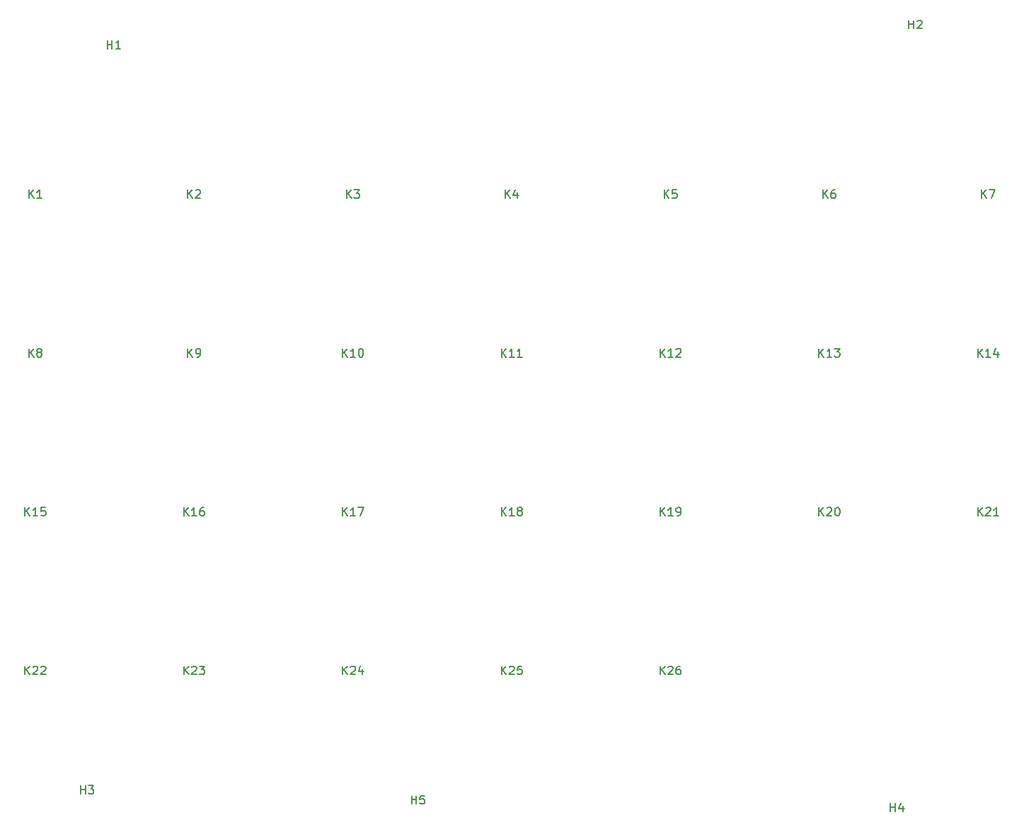
<source format=gto>
G04 #@! TF.GenerationSoftware,KiCad,Pcbnew,(5.1.5)-3*
G04 #@! TF.CreationDate,2020-05-17T17:05:04+09:00*
G04 #@! TF.ProjectId,7x4x2-top,37783478-322d-4746-9f70-2e6b69636164,rev?*
G04 #@! TF.SameCoordinates,PX2faf080PY2faf080*
G04 #@! TF.FileFunction,Legend,Top*
G04 #@! TF.FilePolarity,Positive*
%FSLAX46Y46*%
G04 Gerber Fmt 4.6, Leading zero omitted, Abs format (unit mm)*
G04 Created by KiCad (PCBNEW (5.1.5)-3) date 2020-05-17 17:05:04*
%MOMM*%
%LPD*%
G04 APERTURE LIST*
%ADD10C,0.150000*%
%ADD11C,2.500000*%
G04 APERTURE END LIST*
D10*
X86686715Y-93307901D02*
X86686715Y-92307901D01*
X87258143Y-93307901D02*
X86829572Y-92736473D01*
X87258143Y-92307901D02*
X86686715Y-92879330D01*
X87639096Y-92403140D02*
X87686715Y-92355521D01*
X87781953Y-92307901D01*
X88020048Y-92307901D01*
X88115286Y-92355521D01*
X88162905Y-92403140D01*
X88210524Y-92498378D01*
X88210524Y-92593616D01*
X88162905Y-92736473D01*
X87591477Y-93307901D01*
X88210524Y-93307901D01*
X89067667Y-92307901D02*
X88877191Y-92307901D01*
X88781953Y-92355521D01*
X88734334Y-92403140D01*
X88639096Y-92545997D01*
X88591477Y-92736473D01*
X88591477Y-93117425D01*
X88639096Y-93212663D01*
X88686715Y-93260282D01*
X88781953Y-93307901D01*
X88972429Y-93307901D01*
X89067667Y-93260282D01*
X89115286Y-93212663D01*
X89162905Y-93117425D01*
X89162905Y-92879330D01*
X89115286Y-92784092D01*
X89067667Y-92736473D01*
X88972429Y-92688854D01*
X88781953Y-92688854D01*
X88686715Y-92736473D01*
X88639096Y-92784092D01*
X88591477Y-92879330D01*
X67686715Y-93307901D02*
X67686715Y-92307901D01*
X68258143Y-93307901D02*
X67829572Y-92736473D01*
X68258143Y-92307901D02*
X67686715Y-92879330D01*
X68639096Y-92403140D02*
X68686715Y-92355521D01*
X68781953Y-92307901D01*
X69020048Y-92307901D01*
X69115286Y-92355521D01*
X69162905Y-92403140D01*
X69210524Y-92498378D01*
X69210524Y-92593616D01*
X69162905Y-92736473D01*
X68591477Y-93307901D01*
X69210524Y-93307901D01*
X70115286Y-92307901D02*
X69639096Y-92307901D01*
X69591477Y-92784092D01*
X69639096Y-92736473D01*
X69734334Y-92688854D01*
X69972429Y-92688854D01*
X70067667Y-92736473D01*
X70115286Y-92784092D01*
X70162905Y-92879330D01*
X70162905Y-93117425D01*
X70115286Y-93212663D01*
X70067667Y-93260282D01*
X69972429Y-93307901D01*
X69734334Y-93307901D01*
X69639096Y-93260282D01*
X69591477Y-93212663D01*
X48686715Y-93307901D02*
X48686715Y-92307901D01*
X49258143Y-93307901D02*
X48829572Y-92736473D01*
X49258143Y-92307901D02*
X48686715Y-92879330D01*
X49639096Y-92403140D02*
X49686715Y-92355521D01*
X49781953Y-92307901D01*
X50020048Y-92307901D01*
X50115286Y-92355521D01*
X50162905Y-92403140D01*
X50210524Y-92498378D01*
X50210524Y-92593616D01*
X50162905Y-92736473D01*
X49591477Y-93307901D01*
X50210524Y-93307901D01*
X51067667Y-92641235D02*
X51067667Y-93307901D01*
X50829572Y-92260282D02*
X50591477Y-92974568D01*
X51210524Y-92974568D01*
X29686715Y-93307901D02*
X29686715Y-92307901D01*
X30258143Y-93307901D02*
X29829572Y-92736473D01*
X30258143Y-92307901D02*
X29686715Y-92879330D01*
X30639096Y-92403140D02*
X30686715Y-92355521D01*
X30781953Y-92307901D01*
X31020048Y-92307901D01*
X31115286Y-92355521D01*
X31162905Y-92403140D01*
X31210524Y-92498378D01*
X31210524Y-92593616D01*
X31162905Y-92736473D01*
X30591477Y-93307901D01*
X31210524Y-93307901D01*
X31543858Y-92307901D02*
X32162905Y-92307901D01*
X31829572Y-92688854D01*
X31972429Y-92688854D01*
X32067667Y-92736473D01*
X32115286Y-92784092D01*
X32162905Y-92879330D01*
X32162905Y-93117425D01*
X32115286Y-93212663D01*
X32067667Y-93260282D01*
X31972429Y-93307901D01*
X31686715Y-93307901D01*
X31591477Y-93260282D01*
X31543858Y-93212663D01*
X10686715Y-93307901D02*
X10686715Y-92307901D01*
X11258143Y-93307901D02*
X10829572Y-92736473D01*
X11258143Y-92307901D02*
X10686715Y-92879330D01*
X11639096Y-92403140D02*
X11686715Y-92355521D01*
X11781953Y-92307901D01*
X12020048Y-92307901D01*
X12115286Y-92355521D01*
X12162905Y-92403140D01*
X12210524Y-92498378D01*
X12210524Y-92593616D01*
X12162905Y-92736473D01*
X11591477Y-93307901D01*
X12210524Y-93307901D01*
X12591477Y-92403140D02*
X12639096Y-92355521D01*
X12734334Y-92307901D01*
X12972429Y-92307901D01*
X13067667Y-92355521D01*
X13115286Y-92403140D01*
X13162905Y-92498378D01*
X13162905Y-92593616D01*
X13115286Y-92736473D01*
X12543858Y-93307901D01*
X13162905Y-93307901D01*
X124686715Y-74307901D02*
X124686715Y-73307901D01*
X125258143Y-74307901D02*
X124829572Y-73736473D01*
X125258143Y-73307901D02*
X124686715Y-73879330D01*
X125639096Y-73403140D02*
X125686715Y-73355521D01*
X125781953Y-73307901D01*
X126020048Y-73307901D01*
X126115286Y-73355521D01*
X126162905Y-73403140D01*
X126210524Y-73498378D01*
X126210524Y-73593616D01*
X126162905Y-73736473D01*
X125591477Y-74307901D01*
X126210524Y-74307901D01*
X127162905Y-74307901D02*
X126591477Y-74307901D01*
X126877191Y-74307901D02*
X126877191Y-73307901D01*
X126781953Y-73450759D01*
X126686715Y-73545997D01*
X126591477Y-73593616D01*
X105686715Y-74307901D02*
X105686715Y-73307901D01*
X106258143Y-74307901D02*
X105829572Y-73736473D01*
X106258143Y-73307901D02*
X105686715Y-73879330D01*
X106639096Y-73403140D02*
X106686715Y-73355521D01*
X106781953Y-73307901D01*
X107020048Y-73307901D01*
X107115286Y-73355521D01*
X107162905Y-73403140D01*
X107210524Y-73498378D01*
X107210524Y-73593616D01*
X107162905Y-73736473D01*
X106591477Y-74307901D01*
X107210524Y-74307901D01*
X107829572Y-73307901D02*
X107924810Y-73307901D01*
X108020048Y-73355521D01*
X108067667Y-73403140D01*
X108115286Y-73498378D01*
X108162905Y-73688854D01*
X108162905Y-73926949D01*
X108115286Y-74117425D01*
X108067667Y-74212663D01*
X108020048Y-74260282D01*
X107924810Y-74307901D01*
X107829572Y-74307901D01*
X107734334Y-74260282D01*
X107686715Y-74212663D01*
X107639096Y-74117425D01*
X107591477Y-73926949D01*
X107591477Y-73688854D01*
X107639096Y-73498378D01*
X107686715Y-73403140D01*
X107734334Y-73355521D01*
X107829572Y-73307901D01*
X86686715Y-74307901D02*
X86686715Y-73307901D01*
X87258143Y-74307901D02*
X86829572Y-73736473D01*
X87258143Y-73307901D02*
X86686715Y-73879330D01*
X88210524Y-74307901D02*
X87639096Y-74307901D01*
X87924810Y-74307901D02*
X87924810Y-73307901D01*
X87829572Y-73450759D01*
X87734334Y-73545997D01*
X87639096Y-73593616D01*
X88686715Y-74307901D02*
X88877191Y-74307901D01*
X88972429Y-74260282D01*
X89020048Y-74212663D01*
X89115286Y-74069806D01*
X89162905Y-73879330D01*
X89162905Y-73498378D01*
X89115286Y-73403140D01*
X89067667Y-73355521D01*
X88972429Y-73307901D01*
X88781953Y-73307901D01*
X88686715Y-73355521D01*
X88639096Y-73403140D01*
X88591477Y-73498378D01*
X88591477Y-73736473D01*
X88639096Y-73831711D01*
X88686715Y-73879330D01*
X88781953Y-73926949D01*
X88972429Y-73926949D01*
X89067667Y-73879330D01*
X89115286Y-73831711D01*
X89162905Y-73736473D01*
X67686715Y-74307901D02*
X67686715Y-73307901D01*
X68258143Y-74307901D02*
X67829572Y-73736473D01*
X68258143Y-73307901D02*
X67686715Y-73879330D01*
X69210524Y-74307901D02*
X68639096Y-74307901D01*
X68924810Y-74307901D02*
X68924810Y-73307901D01*
X68829572Y-73450759D01*
X68734334Y-73545997D01*
X68639096Y-73593616D01*
X69781953Y-73736473D02*
X69686715Y-73688854D01*
X69639096Y-73641235D01*
X69591477Y-73545997D01*
X69591477Y-73498378D01*
X69639096Y-73403140D01*
X69686715Y-73355521D01*
X69781953Y-73307901D01*
X69972429Y-73307901D01*
X70067667Y-73355521D01*
X70115286Y-73403140D01*
X70162905Y-73498378D01*
X70162905Y-73545997D01*
X70115286Y-73641235D01*
X70067667Y-73688854D01*
X69972429Y-73736473D01*
X69781953Y-73736473D01*
X69686715Y-73784092D01*
X69639096Y-73831711D01*
X69591477Y-73926949D01*
X69591477Y-74117425D01*
X69639096Y-74212663D01*
X69686715Y-74260282D01*
X69781953Y-74307901D01*
X69972429Y-74307901D01*
X70067667Y-74260282D01*
X70115286Y-74212663D01*
X70162905Y-74117425D01*
X70162905Y-73926949D01*
X70115286Y-73831711D01*
X70067667Y-73784092D01*
X69972429Y-73736473D01*
X48686715Y-74307901D02*
X48686715Y-73307901D01*
X49258143Y-74307901D02*
X48829572Y-73736473D01*
X49258143Y-73307901D02*
X48686715Y-73879330D01*
X50210524Y-74307901D02*
X49639096Y-74307901D01*
X49924810Y-74307901D02*
X49924810Y-73307901D01*
X49829572Y-73450759D01*
X49734334Y-73545997D01*
X49639096Y-73593616D01*
X50543858Y-73307901D02*
X51210524Y-73307901D01*
X50781953Y-74307901D01*
X29686715Y-74307901D02*
X29686715Y-73307901D01*
X30258143Y-74307901D02*
X29829572Y-73736473D01*
X30258143Y-73307901D02*
X29686715Y-73879330D01*
X31210524Y-74307901D02*
X30639096Y-74307901D01*
X30924810Y-74307901D02*
X30924810Y-73307901D01*
X30829572Y-73450759D01*
X30734334Y-73545997D01*
X30639096Y-73593616D01*
X32067667Y-73307901D02*
X31877191Y-73307901D01*
X31781953Y-73355521D01*
X31734334Y-73403140D01*
X31639096Y-73545997D01*
X31591477Y-73736473D01*
X31591477Y-74117425D01*
X31639096Y-74212663D01*
X31686715Y-74260282D01*
X31781953Y-74307901D01*
X31972429Y-74307901D01*
X32067667Y-74260282D01*
X32115286Y-74212663D01*
X32162905Y-74117425D01*
X32162905Y-73879330D01*
X32115286Y-73784092D01*
X32067667Y-73736473D01*
X31972429Y-73688854D01*
X31781953Y-73688854D01*
X31686715Y-73736473D01*
X31639096Y-73784092D01*
X31591477Y-73879330D01*
X10686715Y-74307901D02*
X10686715Y-73307901D01*
X11258143Y-74307901D02*
X10829572Y-73736473D01*
X11258143Y-73307901D02*
X10686715Y-73879330D01*
X12210524Y-74307901D02*
X11639096Y-74307901D01*
X11924810Y-74307901D02*
X11924810Y-73307901D01*
X11829572Y-73450759D01*
X11734334Y-73545997D01*
X11639096Y-73593616D01*
X13115286Y-73307901D02*
X12639096Y-73307901D01*
X12591477Y-73784092D01*
X12639096Y-73736473D01*
X12734334Y-73688854D01*
X12972429Y-73688854D01*
X13067667Y-73736473D01*
X13115286Y-73784092D01*
X13162905Y-73879330D01*
X13162905Y-74117425D01*
X13115286Y-74212663D01*
X13067667Y-74260282D01*
X12972429Y-74307901D01*
X12734334Y-74307901D01*
X12639096Y-74260282D01*
X12591477Y-74212663D01*
X124686715Y-55307901D02*
X124686715Y-54307901D01*
X125258143Y-55307901D02*
X124829572Y-54736473D01*
X125258143Y-54307901D02*
X124686715Y-54879330D01*
X126210524Y-55307901D02*
X125639096Y-55307901D01*
X125924810Y-55307901D02*
X125924810Y-54307901D01*
X125829572Y-54450759D01*
X125734334Y-54545997D01*
X125639096Y-54593616D01*
X127067667Y-54641235D02*
X127067667Y-55307901D01*
X126829572Y-54260282D02*
X126591477Y-54974568D01*
X127210524Y-54974568D01*
X105686715Y-55307901D02*
X105686715Y-54307901D01*
X106258143Y-55307901D02*
X105829572Y-54736473D01*
X106258143Y-54307901D02*
X105686715Y-54879330D01*
X107210524Y-55307901D02*
X106639096Y-55307901D01*
X106924810Y-55307901D02*
X106924810Y-54307901D01*
X106829572Y-54450759D01*
X106734334Y-54545997D01*
X106639096Y-54593616D01*
X107543858Y-54307901D02*
X108162905Y-54307901D01*
X107829572Y-54688854D01*
X107972429Y-54688854D01*
X108067667Y-54736473D01*
X108115286Y-54784092D01*
X108162905Y-54879330D01*
X108162905Y-55117425D01*
X108115286Y-55212663D01*
X108067667Y-55260282D01*
X107972429Y-55307901D01*
X107686715Y-55307901D01*
X107591477Y-55260282D01*
X107543858Y-55212663D01*
X86686715Y-55307901D02*
X86686715Y-54307901D01*
X87258143Y-55307901D02*
X86829572Y-54736473D01*
X87258143Y-54307901D02*
X86686715Y-54879330D01*
X88210524Y-55307901D02*
X87639096Y-55307901D01*
X87924810Y-55307901D02*
X87924810Y-54307901D01*
X87829572Y-54450759D01*
X87734334Y-54545997D01*
X87639096Y-54593616D01*
X88591477Y-54403140D02*
X88639096Y-54355521D01*
X88734334Y-54307901D01*
X88972429Y-54307901D01*
X89067667Y-54355521D01*
X89115286Y-54403140D01*
X89162905Y-54498378D01*
X89162905Y-54593616D01*
X89115286Y-54736473D01*
X88543858Y-55307901D01*
X89162905Y-55307901D01*
X67686715Y-55307901D02*
X67686715Y-54307901D01*
X68258143Y-55307901D02*
X67829572Y-54736473D01*
X68258143Y-54307901D02*
X67686715Y-54879330D01*
X69210524Y-55307901D02*
X68639096Y-55307901D01*
X68924810Y-55307901D02*
X68924810Y-54307901D01*
X68829572Y-54450759D01*
X68734334Y-54545997D01*
X68639096Y-54593616D01*
X70162905Y-55307901D02*
X69591477Y-55307901D01*
X69877191Y-55307901D02*
X69877191Y-54307901D01*
X69781953Y-54450759D01*
X69686715Y-54545997D01*
X69591477Y-54593616D01*
X48686715Y-55307901D02*
X48686715Y-54307901D01*
X49258143Y-55307901D02*
X48829572Y-54736473D01*
X49258143Y-54307901D02*
X48686715Y-54879330D01*
X50210524Y-55307901D02*
X49639096Y-55307901D01*
X49924810Y-55307901D02*
X49924810Y-54307901D01*
X49829572Y-54450759D01*
X49734334Y-54545997D01*
X49639096Y-54593616D01*
X50829572Y-54307901D02*
X50924810Y-54307901D01*
X51020048Y-54355521D01*
X51067667Y-54403140D01*
X51115286Y-54498378D01*
X51162905Y-54688854D01*
X51162905Y-54926949D01*
X51115286Y-55117425D01*
X51067667Y-55212663D01*
X51020048Y-55260282D01*
X50924810Y-55307901D01*
X50829572Y-55307901D01*
X50734334Y-55260282D01*
X50686715Y-55212663D01*
X50639096Y-55117425D01*
X50591477Y-54926949D01*
X50591477Y-54688854D01*
X50639096Y-54498378D01*
X50686715Y-54403140D01*
X50734334Y-54355521D01*
X50829572Y-54307901D01*
X30162905Y-55307901D02*
X30162905Y-54307901D01*
X30734334Y-55307901D02*
X30305762Y-54736473D01*
X30734334Y-54307901D02*
X30162905Y-54879330D01*
X31210524Y-55307901D02*
X31401001Y-55307901D01*
X31496239Y-55260282D01*
X31543858Y-55212663D01*
X31639096Y-55069806D01*
X31686715Y-54879330D01*
X31686715Y-54498378D01*
X31639096Y-54403140D01*
X31591477Y-54355521D01*
X31496239Y-54307901D01*
X31305762Y-54307901D01*
X31210524Y-54355521D01*
X31162905Y-54403140D01*
X31115286Y-54498378D01*
X31115286Y-54736473D01*
X31162905Y-54831711D01*
X31210524Y-54879330D01*
X31305762Y-54926949D01*
X31496239Y-54926949D01*
X31591477Y-54879330D01*
X31639096Y-54831711D01*
X31686715Y-54736473D01*
X11162905Y-55307901D02*
X11162905Y-54307901D01*
X11734334Y-55307901D02*
X11305762Y-54736473D01*
X11734334Y-54307901D02*
X11162905Y-54879330D01*
X12305762Y-54736473D02*
X12210524Y-54688854D01*
X12162905Y-54641235D01*
X12115286Y-54545997D01*
X12115286Y-54498378D01*
X12162905Y-54403140D01*
X12210524Y-54355521D01*
X12305762Y-54307901D01*
X12496239Y-54307901D01*
X12591477Y-54355521D01*
X12639096Y-54403140D01*
X12686715Y-54498378D01*
X12686715Y-54545997D01*
X12639096Y-54641235D01*
X12591477Y-54688854D01*
X12496239Y-54736473D01*
X12305762Y-54736473D01*
X12210524Y-54784092D01*
X12162905Y-54831711D01*
X12115286Y-54926949D01*
X12115286Y-55117425D01*
X12162905Y-55212663D01*
X12210524Y-55260282D01*
X12305762Y-55307901D01*
X12496239Y-55307901D01*
X12591477Y-55260282D01*
X12639096Y-55212663D01*
X12686715Y-55117425D01*
X12686715Y-54926949D01*
X12639096Y-54831711D01*
X12591477Y-54784092D01*
X12496239Y-54736473D01*
X125162905Y-36307901D02*
X125162905Y-35307901D01*
X125734334Y-36307901D02*
X125305762Y-35736473D01*
X125734334Y-35307901D02*
X125162905Y-35879330D01*
X126067667Y-35307901D02*
X126734334Y-35307901D01*
X126305762Y-36307901D01*
X106162905Y-36307901D02*
X106162905Y-35307901D01*
X106734334Y-36307901D02*
X106305762Y-35736473D01*
X106734334Y-35307901D02*
X106162905Y-35879330D01*
X107591477Y-35307901D02*
X107401001Y-35307901D01*
X107305762Y-35355521D01*
X107258143Y-35403140D01*
X107162905Y-35545997D01*
X107115286Y-35736473D01*
X107115286Y-36117425D01*
X107162905Y-36212663D01*
X107210524Y-36260282D01*
X107305762Y-36307901D01*
X107496239Y-36307901D01*
X107591477Y-36260282D01*
X107639096Y-36212663D01*
X107686715Y-36117425D01*
X107686715Y-35879330D01*
X107639096Y-35784092D01*
X107591477Y-35736473D01*
X107496239Y-35688854D01*
X107305762Y-35688854D01*
X107210524Y-35736473D01*
X107162905Y-35784092D01*
X107115286Y-35879330D01*
X87162905Y-36307901D02*
X87162905Y-35307901D01*
X87734334Y-36307901D02*
X87305762Y-35736473D01*
X87734334Y-35307901D02*
X87162905Y-35879330D01*
X88639096Y-35307901D02*
X88162905Y-35307901D01*
X88115286Y-35784092D01*
X88162905Y-35736473D01*
X88258143Y-35688854D01*
X88496239Y-35688854D01*
X88591477Y-35736473D01*
X88639096Y-35784092D01*
X88686715Y-35879330D01*
X88686715Y-36117425D01*
X88639096Y-36212663D01*
X88591477Y-36260282D01*
X88496239Y-36307901D01*
X88258143Y-36307901D01*
X88162905Y-36260282D01*
X88115286Y-36212663D01*
X68162905Y-36307901D02*
X68162905Y-35307901D01*
X68734334Y-36307901D02*
X68305762Y-35736473D01*
X68734334Y-35307901D02*
X68162905Y-35879330D01*
X69591477Y-35641235D02*
X69591477Y-36307901D01*
X69353381Y-35260282D02*
X69115286Y-35974568D01*
X69734334Y-35974568D01*
X49162905Y-36307901D02*
X49162905Y-35307901D01*
X49734334Y-36307901D02*
X49305762Y-35736473D01*
X49734334Y-35307901D02*
X49162905Y-35879330D01*
X50067667Y-35307901D02*
X50686715Y-35307901D01*
X50353381Y-35688854D01*
X50496239Y-35688854D01*
X50591477Y-35736473D01*
X50639096Y-35784092D01*
X50686715Y-35879330D01*
X50686715Y-36117425D01*
X50639096Y-36212663D01*
X50591477Y-36260282D01*
X50496239Y-36307901D01*
X50210524Y-36307901D01*
X50115286Y-36260282D01*
X50067667Y-36212663D01*
X30162905Y-36307901D02*
X30162905Y-35307901D01*
X30734334Y-36307901D02*
X30305762Y-35736473D01*
X30734334Y-35307901D02*
X30162905Y-35879330D01*
X31115286Y-35403140D02*
X31162905Y-35355521D01*
X31258143Y-35307901D01*
X31496239Y-35307901D01*
X31591477Y-35355521D01*
X31639096Y-35403140D01*
X31686715Y-35498378D01*
X31686715Y-35593616D01*
X31639096Y-35736473D01*
X31067667Y-36307901D01*
X31686715Y-36307901D01*
X11162905Y-36307901D02*
X11162905Y-35307901D01*
X11734334Y-36307901D02*
X11305762Y-35736473D01*
X11734334Y-35307901D02*
X11162905Y-35879330D01*
X12686715Y-36307901D02*
X12115286Y-36307901D01*
X12401001Y-36307901D02*
X12401001Y-35307901D01*
X12305762Y-35450759D01*
X12210524Y-35545997D01*
X12115286Y-35593616D01*
X56939096Y-108807901D02*
X56939096Y-107807901D01*
X56939096Y-108284092D02*
X57510524Y-108284092D01*
X57510524Y-108807901D02*
X57510524Y-107807901D01*
X58462905Y-107807901D02*
X57986715Y-107807901D01*
X57939096Y-108284092D01*
X57986715Y-108236473D01*
X58081953Y-108188854D01*
X58320048Y-108188854D01*
X58415286Y-108236473D01*
X58462905Y-108284092D01*
X58510524Y-108379330D01*
X58510524Y-108617425D01*
X58462905Y-108712663D01*
X58415286Y-108760282D01*
X58320048Y-108807901D01*
X58081953Y-108807901D01*
X57986715Y-108760282D01*
X57939096Y-108712663D01*
X114239096Y-109707901D02*
X114239096Y-108707901D01*
X114239096Y-109184092D02*
X114810524Y-109184092D01*
X114810524Y-109707901D02*
X114810524Y-108707901D01*
X115715286Y-109041235D02*
X115715286Y-109707901D01*
X115477191Y-108660282D02*
X115239096Y-109374568D01*
X115858143Y-109374568D01*
X17339096Y-107607901D02*
X17339096Y-106607901D01*
X17339096Y-107084092D02*
X17910524Y-107084092D01*
X17910524Y-107607901D02*
X17910524Y-106607901D01*
X18291477Y-106607901D02*
X18910524Y-106607901D01*
X18577191Y-106988854D01*
X18720048Y-106988854D01*
X18815286Y-107036473D01*
X18862905Y-107084092D01*
X18910524Y-107179330D01*
X18910524Y-107417425D01*
X18862905Y-107512663D01*
X18815286Y-107560282D01*
X18720048Y-107607901D01*
X18434334Y-107607901D01*
X18339096Y-107560282D01*
X18291477Y-107512663D01*
X116439096Y-16007901D02*
X116439096Y-15007901D01*
X116439096Y-15484092D02*
X117010524Y-15484092D01*
X117010524Y-16007901D02*
X117010524Y-15007901D01*
X117439096Y-15103140D02*
X117486715Y-15055521D01*
X117581953Y-15007901D01*
X117820048Y-15007901D01*
X117915286Y-15055521D01*
X117962905Y-15103140D01*
X118010524Y-15198378D01*
X118010524Y-15293616D01*
X117962905Y-15436473D01*
X117391477Y-16007901D01*
X118010524Y-16007901D01*
X20539096Y-18407901D02*
X20539096Y-17407901D01*
X20539096Y-17884092D02*
X21110524Y-17884092D01*
X21110524Y-18407901D02*
X21110524Y-17407901D01*
X22110524Y-18407901D02*
X21539096Y-18407901D01*
X21824810Y-18407901D02*
X21824810Y-17407901D01*
X21729572Y-17550759D01*
X21634334Y-17645997D01*
X21539096Y-17693616D01*
%LPC*%
D11*
X59401001Y-63855521D03*
X116401001Y-81855521D03*
X21401001Y-82855521D03*
X116401001Y-44855521D03*
X21401001Y-44855521D03*
M02*

</source>
